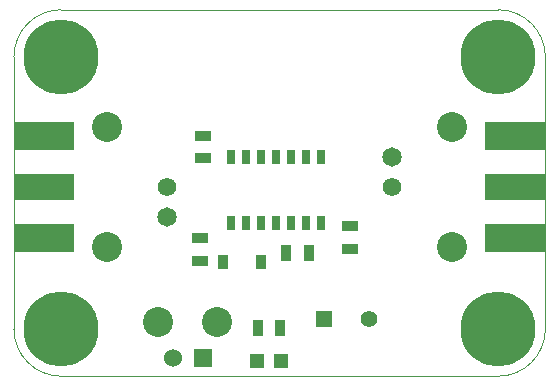
<source format=gts>
G04 (created by PCBNEW (2013-04-19 BZR 4011)-stable) date 22/05/2013 10:42:45*
%MOIN*%
G04 Gerber Fmt 3.4, Leading zero omitted, Abs format*
%FSLAX34Y34*%
G01*
G70*
G90*
G04 APERTURE LIST*
%ADD10C,0.006*%
%ADD11C,0.00393701*%
%ADD12R,0.035X0.055*%
%ADD13R,0.055X0.035*%
%ADD14R,0.055X0.055*%
%ADD15C,0.055*%
%ADD16C,0.1*%
%ADD17R,0.025X0.05*%
%ADD18C,0.25*%
%ADD19R,0.2X0.09*%
%ADD20R,0.2X0.095*%
%ADD21C,0.062*%
%ADD22C,0.065*%
%ADD23R,0.0358X0.048*%
%ADD24R,0.0472X0.0472*%
%ADD25R,0.06X0.06*%
%ADD26C,0.06*%
G04 APERTURE END LIST*
G54D10*
G54D11*
X17716Y-10629D02*
X17716Y-1574D01*
X0Y-1574D02*
X0Y-10629D01*
X1574Y-12216D02*
X16141Y-12216D01*
X16141Y0D02*
X1574Y0D01*
X0Y-10641D02*
G75*
G03X1574Y-12216I1574J0D01*
G74*
G01*
X16141Y-12216D02*
G75*
G03X17716Y-10641I0J1574D01*
G74*
G01*
X17716Y-1574D02*
G75*
G03X16141Y0I-1574J0D01*
G74*
G01*
X1574Y0D02*
G75*
G03X0Y-1574I0J-1574D01*
G74*
G01*
G54D12*
X9073Y-8122D03*
X9823Y-8122D03*
G54D13*
X6200Y-8375D03*
X6200Y-7625D03*
X6299Y-4953D03*
X6299Y-4203D03*
G54D14*
X10350Y-10300D03*
G54D15*
X11850Y-10300D03*
G54D16*
X6771Y-10405D03*
X4803Y-10405D03*
G54D17*
X7250Y-7100D03*
X7750Y-7100D03*
X8250Y-7100D03*
X8750Y-7100D03*
X9250Y-7100D03*
X9750Y-7100D03*
X10250Y-7100D03*
X10250Y-4900D03*
X9750Y-4900D03*
X9250Y-4900D03*
X8750Y-4900D03*
X8250Y-4900D03*
X7750Y-4900D03*
X7250Y-4900D03*
G54D18*
X1574Y-10641D03*
X16141Y-1586D03*
X1574Y-1586D03*
G54D19*
X1000Y-5900D03*
G54D20*
X1000Y-4200D03*
X1000Y-7600D03*
G54D21*
X5118Y-5917D03*
G54D22*
X5118Y-6917D03*
G54D16*
X3118Y-7917D03*
X3118Y-3917D03*
G54D19*
X16700Y-5900D03*
G54D20*
X16700Y-4200D03*
X16700Y-7600D03*
G54D18*
X16141Y-10641D03*
G54D21*
X12598Y-5917D03*
G54D22*
X12598Y-4917D03*
G54D16*
X14598Y-3917D03*
X14598Y-7917D03*
G54D13*
X11200Y-7975D03*
X11200Y-7225D03*
G54D23*
X6956Y-8400D03*
X8244Y-8400D03*
G54D12*
X8125Y-10600D03*
X8875Y-10600D03*
G54D24*
X8913Y-11700D03*
X8087Y-11700D03*
G54D25*
X6300Y-11600D03*
G54D26*
X5300Y-11600D03*
M02*

</source>
